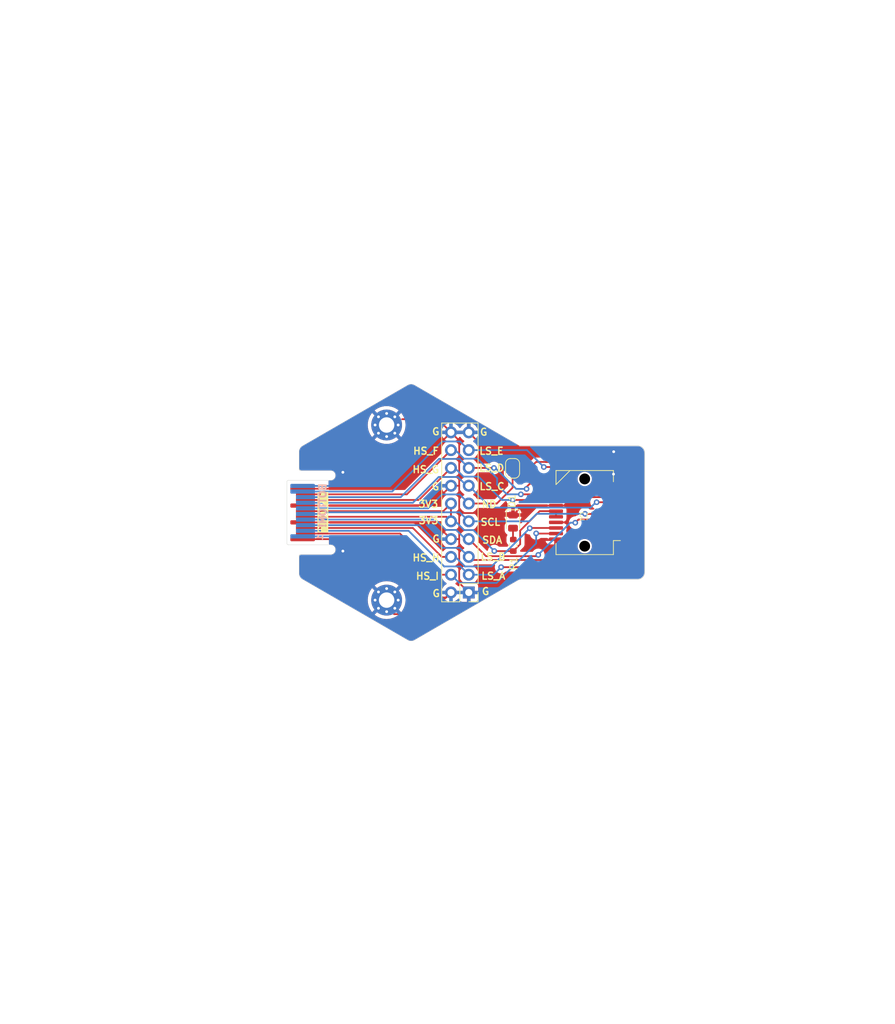
<source format=kicad_pcb>
(kicad_pcb (version 20240108) (generator "pcbnew") (generator_version "8.0")
  (layers (0 "F.Cu" signal) (31 "B.Cu" signal) (34 "B.Paste" user) (35 "F.Paste" user) (36 "B.SilkS" user "B.Silkscreen") (37 "F.SilkS" user "F.Silkscreen") (38 "B.Mask" user) (39 "F.Mask" user) (44 "Edge.Cuts" user))
  (net 0 "")
  (net 1 "/GND")
  (net 2 "/LS_A")
  (net 3 "/LS_B")
  (net 4 "/SDA")
  (net 5 "/SCL")
  (net 6 "/LS_C")
  (net 7 "/LS_D")
  (net 8 "/LS_E")
  (net 9 "/HS_F")
  (net 10 "/HS_G")
  (net 11 "/3V3")
  (net 12 "/HS_H")
  (net 13 "/HS_I")
  (net 14 "Net-(D1-A)")
  (net 15 "/HEXP_DET")
  (footprint "tildagon:hexpansion-edge-connector" (layer "F.Cu") (at 98.25 100)
    (property "Reference" "J1" (hide yes))
    (property "Value" "Hexpansion-Connector" (hide yes))
    (fp_line (start 0 4.4) (end 0 -4.4) (stroke (width 0.05)) (layer "Edge.Cuts"))
    (fp_line (start 6.25 -6) (end 2 -6) (stroke (width 0.05)) (layer "Edge.Cuts"))
    (fp_line (start 6.25 -4.6) (end 0.2 -4.6) (stroke (width 0.05)) (layer "Edge.Cuts"))
    (fp_line (start 6.25 4.6) (end 0.2 4.6) (stroke (width 0.05)) (layer "Edge.Cuts"))
    (fp_line (start 6.25 6) (end 2 6) (stroke (width 0.05)) (layer "Edge.Cuts"))
    (fp_arc (start 0 -4.4) (mid 0.058579 -4.541421) (end 0.2 -4.6) (stroke (width 0.05)) (layer "Edge.Cuts"))
    (fp_arc (start 0.2 4.6) (mid 0.058579 4.541421) (end 0 4.4) (stroke (width 0.05)) (layer "Edge.Cuts"))
    (fp_arc (start 6.25 -6) (mid 6.744975 -5.794975) (end 6.95 -5.3) (stroke (width 0.05)) (layer "Edge.Cuts"))
    (fp_arc (start 6.25 4.6) (mid 6.744975 4.805025) (end 6.95 5.3) (stroke (width 0.05)) (layer "Edge.Cuts"))
    (fp_arc (start 6.95 -5.3) (mid 6.744975 -4.805025) (end 6.25 -4.6) (stroke (width 0.05)) (layer "Edge.Cuts"))
    (fp_arc (start 6.95 5.3) (mid 6.744975 5.794975) (end 6.25 6) (stroke (width 0.05)) (layer "Edge.Cuts"))
    (fp_text user "BOTTOM!" (at 5.7 -4.3 90) (layer "B.SilkS") (effects (font (thickness 0.25) (bold yes)) (justify left bottom mirror)))
    (fp_text user "1" (at 5.2 3.05 90) (layer "B.SilkS") (effects (font (size 0.8 0.8) (thickness 0.2) (bold yes)) (justify left bottom mirror)))
    (fp_text user "^ TOP ^" (at 5.8 2.85 90) (layer "F.SilkS" knockout) (effects (font (thickness 0.25) (bold yes)) (justify left bottom)))
    (pad "1" smd roundrect (at 2.25 3.4) (size 3.5 0.6) (layers "B.Cu" "B.Mask") (net 1 "/GND"))
    (pad "2" smd roundrect (at 2.65 2.6) (size 2.7 0.6) (layers "B.Cu" "B.Mask") (net 2 "/LS_A"))
    (pad "3" smd roundrect (at 2.65 1.8) (size 2.7 0.6) (layers "B.Cu" "B.Mask") (net 3 "/LS_B"))
    (pad "4" smd roundrect (at 2.65 1) (size 2.7 0.6) (layers "B.Cu" "B.Mask") (net 4 "/SDA"))
    (pad "5" smd roundrect (at 2.65 0.2) (size 2.7 0.6) (layers "B.Cu" "B.Mask") (net 5 "/SCL"))
    (pad "6" smd roundrect (at 2.65 -0.6) (size 2.7 0.6) (layers "B.Cu" "B.Mask") (net 15 "/HEXP_DET"))
    (pad "7" smd roundrect (at 2.65 -1.4) (size 2.7 0.6) (layers "B.Cu" "B.Mask") (net 6 "/LS_C"))
    (pad "8" smd roundrect (at 2.65 -2.2) (size 2.7 0.6) (layers "B.Cu" "B.Mask") (net 7 "/LS_D"))
    (pad "9" smd roundrect (at 2.25 -3) (size 3.5 0.6) (layers "B.Cu" "B.Mask") (net 8 "/LS_E"))
    (pad "10" smd roundrect (at 2.25 -3.8) (size 3.5 0.6) (layers "B.Cu" "B.Mask") (net 1 "/GND"))
    (pad "11" smd roundrect (at 2.25 -3.4 180) (size 3.5 0.6) (layers "F.Cu" "F.Mask") (net 1 "/GND"))
    (pad "12" smd roundrect (at 2.65 -2.6 180) (size 2.7 0.6) (layers "F.Cu" "F.Mask") (net 9 "/HS_F"))
    (pad "13" smd roundrect (at 2.65 -1.8 180) (size 2.7 0.6) (layers "F.Cu" "F.Mask") (net 10 "/HS_G"))
    (pad "14" smd roundrect (at 2.25 -1 180) (size 3.5 0.6) (layers "F.Cu" "F.Mask") (net 1 "/GND"))
    (pad "15" smd roundrect (at 2.65 -0.2 180) (size 2.7 0.6) (layers "F.Cu" "F.Mask") (net 11 "/3V3"))
    (pad "16" smd roundrect (at 2.65 0.6 180) (size 2.7 0.6) (layers "F.Cu" "F.Mask") (net 11 "/3V3"))
    (pad "17" smd roundrect (at 2.25 1.4 180) (size 3.5 0.6) (layers "F.Cu" "F.Mask") (net 1 "/GND"))
    (pad "18" smd roundrect (at 2.65 2.2 180) (size 2.7 0.6) (layers "F.Cu" "F.Mask") (net 12 "/HS_H"))
    (pad "19" smd roundrect (at 2.65 3 180) (size 2.7 0.6) (layers "F.Cu" "F.Mask") (net 13 "/HS_I"))
    (pad "20" smd roundrect (at 2.25 3.8 180) (size 3.5 0.6) (layers "F.Cu" "F.Mask") (net 1 "/GND"))
  )
  (footprint "tildagon:SFP" (layer "F.Cu") (at 140.7922 100 180)
    (property "Reference" "J3" (at 0 -0.499999 180) (layer "F.SilkS") (effects (font (thickness 0.1))))
    (property "Value" "Conn_02x10_Counter_Clockwise")
    (fp_line (start 4.1 6) (end -4.1 6) (stroke (width 0.12)) (layer "F.SilkS"))
    (fp_line (start 4.1 4) (end 4.1 6) (stroke (width 0.12)) (layer "F.SilkS"))
    (fp_line (start 4.1 -4.4) (end 4.1 -6) (stroke (width 0.12)) (layer "F.SilkS"))
    (fp_line (start 4.1 -6) (end -4.1 -6) (stroke (width 0.12)) (layer "F.SilkS"))
    (fp_line (start 2.1 6) (end 4.1 4) (stroke (width 0.12)) (layer "F.SilkS"))
    (fp_line (start -4.1 4.4) (end -4.1 6) (stroke (width 0.12)) (layer "F.SilkS"))
    (fp_line (start -4.1 -4) (end -5.1 -4.000001) (stroke (width 0.12)) (layer "F.SilkS"))
    (fp_line (start -4.1 -6) (end -4.1 -4) (stroke (width 0.12)) (layer "F.SilkS"))
    (pad "" np_thru_hole circle (at 0 -4.800001 180) (size 2 2) (drill 1.55) (layers "*.Mask"))
    (pad "" np_thru_hole circle (at 0 4.800001 180) (size 2 2) (drill 1.55) (layers "*.Mask"))
    (pad "1" smd roundrect (at -4.1 -3.4 180) (size 2 0.5) (layers "F.Cu" "F.Paste" "F.Mask") (net 1 "/GND"))
    (pad "2" smd roundrect (at -4.1 -2.6 180) (size 2 0.5) (layers "F.Cu" "F.Paste" "F.Mask") (net 2 "/LS_A"))
    (pad "3" smd roundrect (at -4.1 -1.8 180) (size 2 0.5) (layers "F.Cu" "F.Paste" "F.Mask") (net 3 "/LS_B"))
    (pad "4" smd roundrect (at -4.1 -1 180) (size 2 0.5) (layers "F.Cu" "F.Paste" "F.Mask") (net 4 "/SDA"))
    (pad "5" smd roundrect (at -4.1 -0.2 180) (size 2 0.5) (layers "F.Cu" "F.Paste" "F.Mask") (net 5 "/SCL"))
    (pad "6" smd roundrect (at -4.1 0.6 180) (size 2 0.5) (layers "F.Cu" "F.Paste" "F.Mask") (net 15 "/HEXP_DET"))
    (pad "7" smd roundrect (at -4.1 1.4 180) (size 2 0.5) (layers "F.Cu" "F.Paste" "F.Mask") (net 6 "/LS_C"))
    (pad "8" smd roundrect (at -4.1 2.2 180) (size 2 0.5) (layers "F.Cu" "F.Paste" "F.Mask") (net 7 "/LS_D"))
    (pad "9" smd roundrect (at -4.1 3 180) (size 2 0.5) (layers "F.Cu" "F.Paste" "F.Mask") (net 8 "/LS_E"))
    (pad "10" smd roundrect (at -4.1 3.8 180) (size 2 0.5) (layers "F.Cu" "F.Paste" "F.Mask") (net 1 "/GND"))
    (pad "11" smd roundrect (at 4.1 3.4 180) (size 2 0.5) (layers "F.Cu" "F.Paste" "F.Mask") (net 1 "/GND"))
    (pad "12" smd roundrect (at 4.1 2.6 180) (size 2 0.5) (layers "F.Cu" "F.Paste" "F.Mask") (net 9 "/HS_F"))
    (pad "13" smd roundrect (at 4.1 1.8 180) (size 2 0.5) (layers "F.Cu" "F.Paste" "F.Mask") (net 10 "/HS_G"))
    (pad "14" smd roundrect (at 4.1 1 180) (size 2 0.5) (layers "F.Cu" "F.Paste" "F.Mask") (net 1 "/GND"))
    (pad "15" smd roundrect (at 4.1 0.2 180) (size 2 0.5) (layers "F.Cu" "F.Paste" "F.Mask") (net 11 "/3V3"))
    (pad "16" smd roundrect (at 4.1 -0.6 180) (size 2 0.5) (layers "F.Cu" "F.Paste" "F.Mask") (net 11 "/3V3"))
    (pad "17" smd roundrect (at 4.1 -1.4 180) (size 2 0.5) (layers "F.Cu" "F.Paste" "F.Mask") (net 1 "/GND"))
    (pad "18" smd roundrect (at 4.1 -2.2 180) (size 2 0.5) (layers "F.Cu" "F.Paste" "F.Mask") (net 12 "/HS_H"))
    (pad "19" smd roundrect (at 4.1 -3 180) (size 2 0.5) (layers "F.Cu" "F.Paste" "F.Mask") (net 13 "/HS_I"))
    (pad "20" smd roundrect (at 4.1 -3.8 180) (size 2 0.5) (layers "F.Cu" "F.Paste" "F.Mask") (net 1 "/GND"))
  )
  (footprint "LED_SMD:LED_0805_2012Metric" (layer "F.Cu") (at 130.55 101.29 -90)
    (property "Reference" "D1" (at -2.92 0.16 90) (layer "F.SilkS"))
    (property "Value" "LED")
    (fp_line (start -1.685 0.96) (end 1 0.96) (stroke (width 0.12)) (layer "F.SilkS"))
    (fp_line (start -1.685 -0.96) (end -1.685 0.96) (stroke (width 0.12)) (layer "F.SilkS"))
    (fp_line (start 1 -0.96) (end -1.685 -0.96) (stroke (width 0.12)) (layer "F.SilkS"))
    (pad "1" smd roundrect (at -0.9375 0 270) (size 0.975 1.4) (layers "F.Cu" "F.Paste" "F.Mask") (net 1 "/GND"))
    (pad "2" smd roundrect (at 0.9375 0 270) (size 0.975 1.4) (layers "F.Cu" "F.Paste" "F.Mask") (net 14 "Net-(D1-A)"))
  )
  (footprint "MountingHole:MountingHole_2.2mm_M2_Pad_Via" (layer "F.Cu") (at 112.5 87.5)
    (property "Reference" "H2" (hide yes))
    (property "Value" "MountingHole_Pad")
    (pad "1" thru_hole circle (at -1.65 0) (size 0.7 0.7) (drill 0.4) (layers "*.Cu" "*.Mask") (net 1 "/GND"))
    (pad "1" thru_hole circle (at -1.166726 -1.166726) (size 0.7 0.7) (drill 0.4) (layers "*.Cu" "*.Mask") (net 1 "/GND"))
    (pad "1" thru_hole circle (at -1.166726 1.166726) (size 0.7 0.7) (drill 0.4) (layers "*.Cu" "*.Mask") (net 1 "/GND"))
    (pad "1" thru_hole circle (at 0 -1.65) (size 0.7 0.7) (drill 0.4) (layers "*.Cu" "*.Mask") (net 1 "/GND"))
    (pad "1" thru_hole circle (at 0 0) (size 4.4 4.4) (drill 2.2) (layers "*.Cu" "*.Mask") (net 1 "/GND"))
    (pad "1" thru_hole circle (at 0 1.65) (size 0.7 0.7) (drill 0.4) (layers "*.Cu" "*.Mask") (net 1 "/GND"))
    (pad "1" thru_hole circle (at 1.166726 -1.166726) (size 0.7 0.7) (drill 0.4) (layers "*.Cu" "*.Mask") (net 1 "/GND"))
    (pad "1" thru_hole circle (at 1.166726 1.166726) (size 0.7 0.7) (drill 0.4) (layers "*.Cu" "*.Mask") (net 1 "/GND"))
    (pad "1" thru_hole circle (at 1.65 0) (size 0.7 0.7) (drill 0.4) (layers "*.Cu" "*.Mask") (net 1 "/GND"))
  )
  (footprint "Connector_PinHeader_2.54mm:PinHeader_2x10_P2.54mm_Vertical" (layer "F.Cu") (at 124.23 111.41 180)
    (property "Reference" "J2" (hide yes))
    (property "Value" "Conn_02x10_Odd_Even" (hide yes))
    (fp_line (start 3.87 -1.33) (end 3.87 24.19) (stroke (width 0.12)) (layer "F.SilkS"))
    (fp_line (start 1.27 1.27) (end 1.27 -1.33) (stroke (width 0.12)) (layer "F.SilkS"))
    (fp_line (start 1.27 -1.33) (end 3.87 -1.33) (stroke (width 0.12)) (layer "F.SilkS"))
    (fp_line (start -1.33 24.19) (end 3.87 24.19) (stroke (width 0.12)) (layer "F.SilkS"))
    (fp_line (start -1.33 1.27) (end 1.27 1.27) (stroke (width 0.12)) (layer "F.SilkS"))
    (fp_line (start -1.33 1.27) (end -1.33 24.19) (stroke (width 0.12)) (layer "F.SilkS"))
    (fp_line (start -1.33 0) (end -1.33 -1.33) (stroke (width 0.12)) (layer "F.SilkS"))
    (fp_line (start -1.33 -1.33) (end 0 -1.33) (stroke (width 0.12)) (layer "F.SilkS"))
    (pad "1" thru_hole rect (at 0 0 180) (size 1.7 1.7) (drill 1) (layers "*.Cu" "*.Mask") (net 1 "/GND"))
    (pad "2" thru_hole oval (at 2.54 0 180) (size 1.7 1.7) (drill 1) (layers "*.Cu" "*.Mask") (net 1 "/GND"))
    (pad "3" thru_hole oval (at 0 2.54 180) (size 1.7 1.7) (drill 1) (layers "*.Cu" "*.Mask") (net 2 "/LS_A"))
    (pad "4" thru_hole oval (at 2.54 2.54 180) (size 1.7 1.7) (drill 1) (layers "*.Cu" "*.Mask") (net 13 "/HS_I"))
    (pad "5" thru_hole oval (at 0 5.08 180) (size 1.7 1.7) (drill 1) (layers "*.Cu" "*.Mask") (net 3 "/LS_B"))
    (pad "6" thru_hole oval (at 2.54 5.08 180) (size 1.7 1.7) (drill 1) (layers "*.Cu" "*.Mask") (net 12 "/HS_H"))
    (pad "7" thru_hole oval (at 0 7.62 180) (size 1.7 1.7) (drill 1) (layers "*.Cu" "*.Mask") (net 4 "/SDA"))
    (pad "8" thru_hole oval (at 2.54 7.62 180) (size 1.7 1.7) (drill 1) (layers "*.Cu" "*.Mask") (net 1 "/GND"))
    (pad "9" thru_hole oval (at 0 10.16 180) (size 1.7 1.7) (drill 1) (layers "*.Cu" "*.Mask") (net 5 "/SCL"))
    (pad "10" thru_hole oval (at 2.54 10.16 180) (size 1.7 1.7) (drill 1) (layers "*.Cu" "*.Mask") (net 11 "/3V3"))
    (pad "11" thru_hole oval (at 0 12.7 180) (size 1.7 1.7) (drill 1) (layers "*.Cu" "*.Mask") (net 15 "/HEXP_DET"))
    (pad "12" thru_hole oval (at 2.54 12.7 180) (size 1.7 1.7) (drill 1) (layers "*.Cu" "*.Mask") (net 11 "/3V3"))
    (pad "13" thru_hole oval (at 0 15.24 180) (size 1.7 1.7) (drill 1) (layers "*.Cu" "*.Mask") (net 6 "/LS_C"))
    (pad "14" thru_hole oval (at 2.54 15.24 180) (size 1.7 1.7) (drill 1) (layers "*.Cu" "*.Mask") (net 1 "/GND"))
    (pad "15" thru_hole oval (at 0 17.78 180) (size 1.7 1.7) (drill 1) (layers "*.Cu" "*.Mask") (net 7 "/LS_D"))
    (pad "16" thru_hole oval (at 2.54 17.78 180) (size 1.7 1.7) (drill 1) (layers "*.Cu" "*.Mask") (net 10 "/HS_G"))
    (pad "17" thru_hole oval (at 0 20.32 180) (size 1.7 1.7) (drill 1) (layers "*.Cu" "*.Mask") (net 8 "/LS_E"))
    (pad "18" thru_hole oval (at 2.54 20.32 180) (size 1.7 1.7) (drill 1) (layers "*.Cu" "*.Mask") (net 9 "/HS_F"))
    (pad "19" thru_hole oval (at 0 22.86 180) (size 1.7 1.7) (drill 1) (layers "*.Cu" "*.Mask") (net 1 "/GND"))
    (pad "20" thru_hole oval (at 2.54 22.86 180) (size 1.7 1.7) (drill 1) (layers "*.Cu" "*.Mask") (net 1 "/GND"))
  )
  (footprint "Jumper:SolderJumper-2_P1.3mm_Bridged_RoundedPad1.0x1.5mm" (layer "F.Cu") (at 130.49 93.69 90)
    (property "Reference" "JP1" (hide yes))
    (property "Value" "SolderJumper_2_Bridged" (hide yes))
    (fp_poly (pts (xy 0.25 -0.3) (xy -0.25 -0.3) (xy -0.25 0.3) (xy 0.25 0.3)) (fill solid) (layer "F.Cu"))
    (fp_line (start -0.7 -1) (end 0.7 -1) (stroke (width 0.12)) (layer "F.SilkS"))
    (fp_line (start 1.4 -0.3) (end 1.4 0.3) (stroke (width 0.12)) (layer "F.SilkS"))
    (fp_line (start -1.4 0.3) (end -1.4 -0.3) (stroke (width 0.12)) (layer "F.SilkS"))
    (fp_line (start 0.7 1) (end -0.7 1) (stroke (width 0.12)) (layer "F.SilkS"))
    (fp_arc (start 0.7 -1) (mid 1.194975 -0.794975) (end 1.4 -0.3) (stroke (width 0.12)) (layer "F.SilkS"))
    (fp_arc (start -1.4 -0.3) (mid -1.194975 -0.794975) (end -0.7 -1) (stroke (width 0.12)) (layer "F.SilkS"))
    (fp_arc (start 1.4 0.3) (mid 1.194975 0.794975) (end 0.7 1) (stroke (width 0.12)) (layer "F.SilkS"))
    (fp_arc (start -0.7 1) (mid -1.194975 0.794975) (end -1.4 0.3) (stroke (width 0.12)) (layer "F.SilkS"))
    (pad "1" smd custom (at -0.65 0 90) (size 1 0.5) (layers "F.Cu" "F.Mask") (net 15 "/HEXP_DET") (options (clearance outline) (anchor rect)) (primitives (gr_circle (center 0 0.25) (end 0.5 0.25) (width 0) (fill yes)) (gr_circle (center 0 -0.25) (end 0.5 -0.25) (width 0) (fill yes)) (gr_poly (pts (xy 0.5 0.75) (xy 0 0.75) (xy 0 -0.75) (xy 0.5 -0.75)) (width 0) (fill yes))))
    (pad "2" smd custom (at 0.65 0 90) (size 1 0.5) (layers "F.Cu" "F.Mask") (net 1 "/GND") (options (clearance outline) (anchor rect)) (primitives (gr_circle (center 0 0.25) (end 0.5 0.25) (width 0) (fill yes)) (gr_circle (center 0 -0.25) (end 0.5 -0.25) (width 0) (fill yes)) (gr_poly (pts (xy 0 0.75) (xy -0.5 0.75) (xy -0.5 -0.75) (xy 0 -0.75)) (width 0) (fill yes))))
  )
  (footprint "Resistor_SMD:R_0603_1608Metric" (layer "F.Cu") (at 130.59 104.68 90)
    (property "Reference" "R1" (at -2.61 0.05 90) (layer "F.SilkS"))
    (property "Value" "R")
    (fp_line (start -0.237258 -0.5225) (end 0.237258 -0.5225) (stroke (width 0.12)) (layer "F.SilkS"))
    (fp_line (start -0.237258 0.5225) (end 0.237258 0.5225) (stroke (width 0.12)) (layer "F.SilkS"))
    (pad "1" smd roundrect (at -0.825 0 90) (size 0.8 0.95) (layers "F.Cu" "F.Paste" "F.Mask") (net 11 "/3V3"))
    (pad "2" smd roundrect (at 0.825 0 90) (size 0.8 0.95) (layers "F.Cu" "F.Paste" "F.Mask") (net 14 "Net-(D1-A)"))
  )
  (footprint "MountingHole:MountingHole_2.2mm_M2_Pad_Via" (layer "F.Cu") (at 112.5 112.5)
    (property "Reference" "H1" (hide yes))
    (property "Value" "MountingHole_Pad")
    (pad "1" thru_hole circle (at -1.65 0) (size 0.7 0.7) (drill 0.4) (layers "*.Cu" "*.Mask") (net 1 "/GND"))
    (pad "1" thru_hole circle (at -1.166726 -1.166726) (size 0.7 0.7) (drill 0.4) (layers "*.Cu" "*.Mask") (net 1 "/GND"))
    (pad "1" thru_hole circle (at -1.166726 1.166726) (size 0.7 0.7) (drill 0.4) (layers "*.Cu" "*.Mask") (net 1 "/GND"))
    (pad "1" thru_hole circle (at 0 -1.65) (size 0.7 0.7) (drill 0.4) (layers "*.Cu" "*.Mask") (net 1 "/GND"))
    (pad "1" thru_hole circle (at 0 0) (size 4.4 4.4) (drill 2.2) (layers "*.Cu" "*.Mask") (net 1 "/GND"))
    (pad "1" thru_hole circle (at 0 1.65) (size 0.7 0.7) (drill 0.4) (layers "*.Cu" "*.Mask") (net 1 "/GND"))
    (pad "1" thru_hole circle (at 1.166726 -1.166726) (size 0.7 0.7) (drill 0.4) (layers "*.Cu" "*.Mask") (net 1 "/GND"))
    (pad "1" thru_hole circle (at 1.166726 1.166726) (size 0.7 0.7) (drill 0.4) (layers "*.Cu" "*.Mask") (net 1 "/GND"))
    (pad "1" thru_hole circle (at 1.65 0) (size 0.7 0.7) (drill 0.4) (layers "*.Cu" "*.Mask") (net 1 "/GND"))
  )
  (gr_arc (start 131.267938 109.660244) (mid 131.509119 109.560344) (end 131.767938 109.526269) (stroke (width 0.05)) (layer "Edge.Cuts"))
  (gr_line (start 100.5 90.473725) (end 115.499995 81.813472) (stroke (width 0.05)) (layer "Edge.Cuts"))
  (gr_arc (start 149.352064 108.526265) (mid 149.059181 109.233382) (end 148.352064 109.526269) (stroke (width 0.1)) (layer "Edge.Cuts"))
  (gr_arc (start 100.25 94) (mid 100.073223 93.926777) (end 100 93.75) (stroke (width 0.1)) (layer "Edge.Cuts"))
  (gr_arc (start 148.352004 90.473725) (mid 149.059109 90.766617) (end 149.352004 91.473721) (stroke (width 0.1)) (layer "Edge.Cuts"))
  (gr_arc (start 115.499995 81.813472) (mid 115.999995 81.679497) (end 116.499995 81.813472) (stroke (width 0.05)) (layer "Edge.Cuts"))
  (gr_line (start 100.5 109.526269) (end 115.499995 118.186522) (stroke (width 0.05)) (layer "Edge.Cuts"))
  (gr_line (start 100 93.75) (end 100 91.33975) (stroke (width 0.05)) (layer "Edge.Cuts"))
  (gr_arc (start 100 91.33975) (mid 100.133975 90.83975) (end 100.5 90.473725) (stroke (width 0.05)) (layer "Edge.Cuts"))
  (gr_line (start 100 106.25) (end 100 108.660243) (stroke (width 0.05)) (layer "Edge.Cuts"))
  (gr_line (start 149.352064 108.526265) (end 149.352004 91.473721) (stroke (width 0.1)) (layer "Edge.Cuts"))
  (gr_line (start 116.499995 81.813472) (end 131.499989 90.473725) (stroke (width 0.05)) (layer "Edge.Cuts"))
  (gr_arc (start 100 106.25) (mid 100.073223 106.073223) (end 100.25 106) (stroke (width 0.1)) (layer "Edge.Cuts"))
  (gr_arc (start 100.5 109.526269) (mid 100.133975 109.160243) (end 100 108.660243) (stroke (width 0.05)) (layer "Edge.Cuts"))
  (gr_line (start 131.767938 109.526269) (end 148.352064 109.526269) (stroke (width 0.1)) (layer "Edge.Cuts"))
  (gr_arc (start 116.499995 118.186522) (mid 115.999995 118.320497) (end 115.499995 118.186522) (stroke (width 0.05)) (layer "Edge.Cuts"))
  (gr_line (start 148.352004 90.473725) (end 131.498528 90.473725) (stroke (width 0.1)) (layer "Edge.Cuts"))
  (gr_line (start 116.499995 118.186522) (end 131.267938 109.660244) (stroke (width 0.05)) (layer "Edge.Cuts"))
  (gr_text "3V3" (at 116.98 101.72 0) (layer "F.SilkS") (effects (font (size 1 1) (thickness 0.2) (bold yes)) (justify left bottom)))
  (gr_text "HS_I" (at 116.58 109.65 0) (layer "F.SilkS") (effects (font (size 1 1) (thickness 0.2) (bold yes)) (justify left bottom)))
  (gr_text "LS_C" (at 125.65 96.86 0) (layer "F.SilkS") (effects (font (size 1 1) (thickness 0.2) (bold yes)) (justify left bottom)))
  (gr_text "LS_B" (at 125.81 106.92 0) (layer "F.SilkS") (effects (font (size 1 1) (thickness 0.2) (bold yes)) (justify left bottom)))
  (gr_text "HS_H" (at 116.09 107.04 0) (layer "F.SilkS") (effects (font (size 1 1) (thickness 0.2) (bold yes)) (justify left bottom)))
  (gr_text "LS_E" (at 125.63 91.81 0) (layer "F.SilkS") (effects (font (size 1 1) (thickness 0.2) (bold yes)) (justify left bottom)))
  (gr_text "LS_A" (at 125.92 109.64 0) (layer "F.SilkS") (effects (font (size 1 1) (thickness 0.2) (bold yes)) (justify left bottom)))
  (gr_text "3V3" (at 116.94 99.37 0) (layer "F.SilkS") (effects (font (size 1 1) (thickness 0.2) (bold yes)) (justify left bottom)))
  (gr_text "SCL" (at 125.81 101.95 0) (layer "F.SilkS") (effects (font (size 1 1) (thickness 0.2) (bold yes)) (justify left bottom)))
  (gr_text "G" (at 126 111.84 0) (layer "F.SilkS") (effects (font (size 1 1) (thickness 0.2) (bold yes)) (justify left bottom)))
  (gr_text "SDA" (at 126.04 104.51 0) (layer "F.SilkS") (effects (font (size 1 1) (thickness 0.2) (bold yes)) (justify left bottom)))
  (gr_text "HS_F" (at 116.18 91.8 0) (layer "F.SilkS") (effects (font (size 1 1) (thickness 0.2) (bold yes)) (justify left bottom)))
  (gr_text "G" (at 118.89 89.03 0) (layer "F.SilkS") (effects (font (size 1 1) (thickness 0.2) (bold yes)) (justify left bottom)))
  (gr_text "G" (at 118.95 112.13 0) (layer "F.SilkS") (effects (font (size 1 1) (thickness 0.2) (bold yes)) (justify left bottom)))
  (gr_text "G" (at 118.93 104.35 0) (layer "F.SilkS") (effects (font (size 1 1) (thickness 0.2) (bold yes)) (justify left bottom)))
  (gr_text "ND" (at 125.97 99.43 0) (layer "F.SilkS") (effects (font (size 1 1) (thickness 0.2) (bold yes)) (justify left bottom)))
  (gr_text "LS_D" (at 125.61 94.22 0) (layer "F.SilkS") (effects (font (size 1 1) (thickness 0.2) (bold yes)) (justify left bottom)))
  (gr_text "G" (at 125.73 89.09 0) (layer "F.SilkS") (effects (font (size 1 1) (thickness 0.2) (bold yes)) (justify left bottom)))
  (gr_text "HS_G" (at 116.08 94.44 0) (layer "F.SilkS") (effects (font (size 1 1) (thickness 0.2) (bold yes)) (justify left bottom)))
  (gr_text "G" (at 118.86 96.89 0) (layer "F.SilkS") (effects (font (size 1 1) (thickness 0.2) (bold yes)) (justify left bottom)))
  (segment (start 111.99 103.8) (end 120.32 112.13) (width 0.25) (layer "F.Cu") (net 1))
  (segment (start 144.8922 96.2) (end 144.8922 94.5282) (width 0.25) (layer "F.Cu") (net 1))
  (segment (start 138.4808 97.8408) (end 138.4554 97.8154) (width 0.25) (layer "F.Cu") (net 1))
  (segment (start 121.69 96.17) (end 122.865 96.17) (width 0.25) (layer "F.Cu") (net 1))
  (segment (start 113.64 96.6) (end 100.5 96.6) (width 0.25) (layer "F.Cu") (net 1))
  (segment (start 137.995 101.4) (end 138.4808 100.9142) (width 0.25) (layer "F.Cu") (net 1))
  (segment (start 121.69 88.55) (end 124.23 88.55) (width 0.25) (layer "F.Cu") (net 1))
  (segment (start 144.8922 94.5282) (end 144.907 94.5134) (width 0.25) (layer "F.Cu") (net 1))
  (segment (start 122.865 103.89) (end 122.865 100.07) (width 0.25) (layer "F.Cu") (net 1))
  (segment (start 136.6922 101.4) (end 137.995 101.4) (width 0.25) (layer "F.Cu") (net 1))
  (segment (start 130.2675 100.07) (end 122.865 100.07) (width 0.25) (layer "F.Cu") (net 1))
  (segment (start 122.865 89.725) (end 121.69 88.55) (width 0.25) (layer "F.Cu") (net 1))
  (segment (start 137.53206 96.6) (end 138.4554 97.52334) (width 0.25) (layer "F.Cu") (net 1))
  (segment (start 137.8296 99) (end 136.6922 99) (width 0.25) (layer "F.Cu") (net 1))
  (segment (start 114.716726 86.666726) (end 119.806726 86.666726) (width 0.25) (layer "F.Cu") (net 1))
  (segment (start 121.69 103.79) (end 119.3 101.4) (width 0.25) (layer "F.Cu") (net 1))
  (segment (start 130.55 100.3525) (end 130.2675 100.07) (width 0.25) (layer "F.Cu") (net 1))
  (segment (start 113.55 114.5) (end 118.6 114.5) (width 0.25) (layer "F.Cu") (net 1))
  (segment (start 119.806726 86.666726) (end 121.69 88.55) (width 0.25) (layer "F.Cu") (net 1))
  (segment (start 130.49 93.04) (end 128.72 93.04) (width 0.25) (layer "F.Cu") (net 1))
  (segment (start 136.6922 96.6) (end 137.53206 96.6) (width 0.25) (layer "F.Cu") (net 1))
  (segment (start 118.86 99) (end 100.5 99) (width 0.25) (layer "F.Cu") (net 1))
  (segment (start 136.6922 99) (end 131.9025 99) (width 0.25) (layer "F.Cu") (net 1))
  (segment (start 138.4808 100.9142) (end 138.4808 97.8408) (width 0.25) (layer "F.Cu") (net 1))
  (segment (start 122.865 100.07) (end 122.865 96.17) (width 0.25) (layer "F.Cu") (net 1))
  (segment (start 121.69 103.79) (end 122.765 103.79) (width 0.25) (layer "F.Cu") (net 1))
  (segment (start 120.97 112.13) (end 121.69 111.41) (width 0.25) (layer "F.Cu") (net 1))
  (segment (start 121.69 96.17) (end 118.86 99) (width 0.25) (layer "F.Cu") (net 1))
  (segment (start 138.4554 97.8154) (end 138.4554 98.3742) (width 0.25) (layer "F.Cu") (net 1))
  (segment (start 122.865 96.17) (end 122.865 89.725) (width 0.25) (layer "F.Cu") (net 1))
  (segment (start 118.6 114.5) (end 121.69 111.41) (width 0.25) (layer "F.Cu") (net 1))
  (segment (start 121.69 88.55) (end 113.64 96.6) (width 0.25) (layer "F.Cu") (net 1))
  (segment (start 122.765 103.79) (end 122.865 103.89) (width 0.25) (layer "F.Cu") (net 1))
  (segment (start 100.5 103.8) (end 111.99 103.8) (width 0.25) (layer "F.Cu") (net 1))
  (segment (start 119.3 101.4) (end 100.5 101.4) (width 0.25) (layer "F.Cu") (net 1))
  (segment (start 121.69 111.41) (end 124.23 111.41) (width 0.25) (layer "F.Cu") (net 1))
  (segment (start 128.72 93.04) (end 124.23 88.55) (width 0.25) (layer "F.Cu") (net 1))
  (segment (start 124.23 111.41) (end 122.865 110.045) (width 0.25) (layer "F.Cu") (net 1))
  (segment (start 120.32 112.13) (end 120.97 112.13) (width 0.25) (layer "F.Cu") (net 1))
  (segment (start 122.865 110.045) (end 122.865 103.89) (width 0.25) (layer "F.Cu") (net 1))
  (segment (start 131.9025 99) (end 130.55 100.3525) (width 0.25) (layer "F.Cu") (net 1))
  (segment (start 138.4554 97.52334) (end 138.4554 97.8154) (width 0.25) (layer "F.Cu") (net 1))
  (segment (start 138.4554 98.3742) (end 137.8296 99) (width 0.25) (layer "F.Cu") (net 1))
  (via (at 144.907 94.5134) (size 0.8) (drill 0.4) (layers "F.Cu" "B.Cu") (net 1))
  (via (at 106.25 105.5) (size 0.8) (drill 0.4) (layers "F.Cu" "B.Cu") (net 1))
  (via (at 106.25 94.25) (size 0.8) (drill 0.4) (layers "F.Cu" "B.Cu") (net 1))
  (via (at 144.9324 91.313) (size 0.8) (drill 0.4) (layers "F.Cu" "B.Cu") (net 1))
  (segment (start 112.45 103.4) (end 100.5 103.4) (width 0.25) (layer "B.Cu") (net 1))
  (segment (start 121.69 111.41) (end 120.62 111.41) (width 0.25) (layer "B.Cu") (net 1))
  (segment (start 120.54 111.49) (end 112.45 103.4) (width 0.25) (layer "B.Cu") (net 1))
  (segment (start 119.36 88.55) (end 111.71 96.2) (width 0.25) (layer "B.Cu") (net 1))
  (segment (start 120.62 111.41) (end 120.54 111.49) (width 0.25) (layer "B.Cu") (net 1))
  (segment (start 144.907 91.3384) (end 144.9324 91.313) (width 0.25) (layer "B.Cu") (net 1))
  (segment (start 111.71 96.2) (end 100.5 96.2) (width 0.25) (layer "B.Cu") (net 1))
  (segment (start 144.907 94.5134) (end 144.907 91.3384) (width 0.25) (layer "B.Cu") (net 1))
  (segment (start 121.69 88.55) (end 119.36 88.55) (width 0.25) (layer "B.Cu") (net 1))
  (segment (start 140.4526 102.6) (end 144.8922 102.6) (width 0.25) (layer "F.Cu") (net 2))
  (segment (start 128.8542 107.7976) (end 135.255 107.7976) (width 0.25) (layer "F.Cu") (net 2))
  (segment (start 135.255 107.7976) (end 140.4526 102.6) (width 0.25) (layer "F.Cu") (net 2))
  (via (at 128.8542 107.7976) (size 0.8) (drill 0.4) (layers "F.Cu" "B.Cu") (net 2))
  (segment (start 123.055 107.695) (end 120.735 107.695) (width 0.25) (layer "B.Cu") (net 2))
  (segment (start 127.7818 108.87) (end 124.23 108.87) (width 0.25) (layer "B.Cu") (net 2))
  (segment (start 120.735 107.695) (end 120.73 107.7) (width 0.25) (layer "B.Cu") (net 2))
  (segment (start 128.8542 107.7976) (end 127.7818 108.87) (width 0.25) (layer "B.Cu") (net 2))
  (segment (start 124.23 108.87) (end 123.055 107.695) (width 0.25) (layer "B.Cu") (net 2))
  (segment (start 115.63 102.6) (end 100.9 102.6) (width 0.25) (layer "B.Cu") (net 2))
  (segment (start 120.73 107.7) (end 115.63 102.6) (width 0.25) (layer "B.Cu") (net 2))
  (segment (start 135.646204 106.77) (end 124.67 106.77) (width 0.25) (layer "F.Cu") (net 3))
  (segment (start 144.8922 101.8) (end 140.616204 101.8) (width 0.25) (layer "F.Cu") (net 3))
  (segment (start 124.67 106.77) (end 124.23 106.33) (width 0.25) (layer "F.Cu") (net 3))
  (segment (start 140.616204 101.8) (end 135.646204 106.77) (width 0.25) (layer "F.Cu") (net 3))
  (segment (start 124.23 106.33) (end 122.94 105.04) (width 0.25) (layer "B.Cu") (net 3))
  (segment (start 120.42 105.04) (end 117.18 101.8) (width 0.25) (layer "B.Cu") (net 3))
  (segment (start 117.18 101.8) (end 100.9 101.8) (width 0.25) (layer "B.Cu") (net 3))
  (segment (start 122.94 105.04) (end 120.42 105.04) (width 0.25) (layer "B.Cu") (net 3))
  (segment (start 133.9778 106.23) (end 126.7024 106.23) (width 0.25) (layer "F.Cu") (net 4))
  (segment (start 139.8936 101) (end 139.446 101.4476) (width 0.25) (layer "F.Cu") (net 4))
  (segment (start 124.2624 103.79) (end 124.23 103.79) (width 0.25) (layer "F.Cu") (net 4))
  (segment (start 144.8922 101) (end 139.8936 101) (width 0.25) (layer "F.Cu") (net 4))
  (segment (start 134.1628 106.045) (end 133.9778 106.23) (width 0.25) (layer "F.Cu") (net 4))
  (segment (start 126.7024 106.23) (end 124.2624 103.79) (width 0.25) (layer "F.Cu") (net 4))
  (via (at 134.1628 106.045) (size 0.8) (drill 0.4) (layers "F.Cu" "B.Cu") (net 4))
  (via (at 139.446 101.4476) (size 0.8) (drill 0.4) (layers "F.Cu" "B.Cu") (net 4))
  (segment (start 122.44 102.48) (end 120.96 102.48) (width 0.25) (layer "B.Cu") (net 4))
  (segment (start 138.7348 101.4476) (end 139.446 101.4476) (width 0.25) (layer "B.Cu") (net 4))
  (segment (start 123.75 103.79) (end 122.44 102.48) (width 0.25) (layer "B.Cu") (net 4))
  (segment (start 134.3152 105.8672) (end 138.7348 101.4476) (width 0.25) (layer "B.Cu") (net 4))
  (segment (start 124.23 103.79) (end 123.75 103.79) (width 0.25) (layer "B.Cu") (net 4))
  (segment (start 134.1628 106.045) (end 134.3152 105.8926) (width 0.25) (layer "B.Cu") (net 4))
  (segment (start 120.96 102.48) (end 119.48 101) (width 0.25) (layer "B.Cu") (net 4))
  (segment (start 119.48 101) (end 100.9 101) (width 0.25) (layer "B.Cu") (net 4))
  (segment (start 134.3152 105.8926) (end 134.3152 105.8672) (width 0.25) (layer "B.Cu") (net 4))
  (segment (start 144.8922 100.2) (end 140.8654 100.2) (width 0.25) (layer "F.Cu") (net 5))
  (segment (start 140.8654 100.2) (end 140.843 100.1776) (width 0.25) (layer "F.Cu") (net 5))
  (via (at 140.843 100.1776) (size 0.8) (drill 0.4) (layers "F.Cu" "B.Cu") (net 5))
  (segment (start 140.843 100.1776) (end 133.9342 100.1776) (width 0.25) (layer "B.Cu") (net 5))
  (segment (start 124.23 101.25) (end 122.94 99.96) (width 0.25) (layer "B.Cu") (net 5))
  (segment (start 122.94 99.96) (end 103.5 99.96) (width 0.25) (layer "B.Cu") (net 5))
  (segment (start 133.9342 100.1776) (end 132.8618 101.25) (width 0.25) (layer "B.Cu") (net 5))
  (segment (start 132.8618 101.25) (end 124.23 101.25) (width 0.25) (layer "B.Cu") (net 5))
  (segment (start 103.26 100.2) (end 100.9 100.2) (width 0.25) (layer "B.Cu") (net 5))
  (segment (start 103.5 99.96) (end 103.26 100.2) (width 0.25) (layer "B.Cu") (net 5))
  (segment (start 142.494 98.5266) (end 144.8188 98.5266) (width 0.25) (layer "F.Cu") (net 6))
  (segment (start 144.8188 98.5266) (end 144.8922 98.6) (width 0.25) (layer "F.Cu") (net 6))
  (via (at 142.494 98.5266) (size 0.8) (drill 0.4) (layers "F.Cu" "B.Cu") (net 6))
  (segment (start 122.6822 94.92) (end 119.93 94.92) (width 0.25) (layer "B.Cu") (net 6))
  (segment (start 141.859 99.06) (end 142.3924 98.5266) (width 0.25) (layer "B.Cu") (net 6))
  (segment (start 127.3302 99.2702) (end 127.3302 99.2886) (width 0.25) (layer "B.Cu") (net 6))
  (segment (start 116.25 98.6) (end 100.9 98.6) (width 0.25) (layer "B.Cu") (net 6))
  (segment (start 142.3924 98.5266) (end 142.494 98.5266) (width 0.25) (layer "B.Cu") (net 6))
  (segment (start 124.23 96.17) (end 123.9322 96.17) (width 0.25) (layer "B.Cu") (net 6))
  (segment (start 127.3302 99.2886) (end 141.6304 99.2886) (width 0.25) (layer "B.Cu") (net 6))
  (segment (start 141.6304 99.2886) (end 141.859 99.06) (width 0.25) (layer "B.Cu") (net 6))
  (segment (start 119.93 94.92) (end 116.25 98.6) (width 0.25) (layer "B.Cu") (net 6))
  (segment (start 123.9322 96.17) (end 122.6822 94.92) (width 0.25) (layer "B.Cu") (net 6))
  (segment (start 124.23 96.17) (end 127.3302 99.2702) (width 0.25) (layer "B.Cu") (net 6))
  (segment (start 137.61706 95.885) (end 139.53206 97.8) (width 0.25) (layer "F.Cu") (net 7))
  (segment (start 127.827706 93.63) (end 124.23 93.63) (width 0.25) (layer "F.Cu") (net 7))
  (segment (start 132.9436 95.885) (end 137.61706 95.885) (width 0.25) (layer "F.Cu") (net 7))
  (segment (start 132.4864 96.3422) (end 132.9436 95.885) (width 0.25) (layer "F.Cu") (net 7))
  (segment (start 127.830153 93.632447) (end 127.827706 93.63) (width 0.25) (layer "F.Cu") (net 7))
  (segment (start 139.53206 97.8) (end 144.8922 97.8) (width 0.25) (layer "F.Cu") (net 7))
  (segment (start 132.4864 96.6216) (end 132.4864 96.3422) (width 0.25) (layer "F.Cu") (net 7))
  (via (at 132.4864 96.6216) (size 0.8) (drill 0.4) (layers "F.Cu" "B.Cu") (net 7))
  (via (at 127.830153 93.632447) (size 0.8) (drill 0.4) (layers "F.Cu" "B.Cu") (net 7))
  (segment (start 114.52 97.8) (end 100.9 97.8) (width 0.25) (layer "B.Cu") (net 7))
  (segment (start 131.0132 96.6216) (end 132.4864 96.6216) (width 0.25) (layer "B.Cu") (net 7))
  (segment (start 122.94 92.34) (end 119.98 92.34) (width 0.25) (layer "B.Cu") (net 7))
  (segment (start 127.830153 93.632447) (end 128.024047 93.632447) (width 0.25) (layer "B.Cu") (net 7))
  (segment (start 128.024047 93.632447) (end 131.0132 96.6216) (width 0.25) (layer "B.Cu") (net 7))
  (segment (start 119.98 92.34) (end 114.52 97.8) (width 0.25) (layer "B.Cu") (net 7))
  (segment (start 124.23 93.63) (end 122.94 92.34) (width 0.25) (layer "B.Cu") (net 7))
  (segment (start 144.8922 97) (end 139.368456 97) (width 0.25) (layer "F.Cu") (net 8))
  (segment (start 139.368456 97) (end 135.865856 93.4974) (width 0.25) (layer "F.Cu") (net 8))
  (segment (start 135.865856 93.4974) (end 134.9502 93.4974) (width 0.25) (layer "F.Cu") (net 8))
  (via (at 134.9502 93.4974) (size 0.8) (drill 0.4) (layers "F.Cu" "B.Cu") (net 8))
  (segment (start 113.28 97) (end 100.5 97) (width 0.25) (layer "B.Cu") (net 8))
  (segment (start 124.23 91.09) (end 122.99 89.85) (width 0.25) (layer "B.Cu") (net 8))
  (segment (start 120.43 89.85) (end 113.28 97) (width 0.25) (layer "B.Cu") (net 8))
  (segment (start 132.5428 91.09) (end 124.23 91.09) (width 0.25) (layer "B.Cu") (net 8))
  (segment (start 122.99 89.85) (end 120.43 89.85) (width 0.25) (layer "B.Cu") (net 8))
  (segment (start 134.9502 93.4974) (end 132.5428 91.09) (width 0.25) (layer "B.Cu") (net 8))
  (segment (start 131.6736 97.4) (end 136.6922 97.4) (width 0.25) (layer "F.Cu") (net 9))
  (segment (start 115.38 97.4) (end 100.9 97.4) (width 0.25) (layer "F.Cu") (net 9))
  (segment (start 121.69 91.09) (end 115.38 97.4) (width 0.25) (layer "F.Cu") (net 9))
  (via (at 131.6736 97.4) (size 0.8) (drill 0.4) (layers "F.Cu" "B.Cu") (net 9))
  (segment (start 131.6736 97.4) (end 129.674095 97.4) (width 0.25) (layer "B.Cu") (net 9))
  (segment (start 128.2816 95.1092) (end 125.476 92.3036) (width 0.25) (layer "B.Cu") (net 9))
  (segment (start 125.476 92.3036) (end 123.539996 92.3036) (width 0.25) (layer "B.Cu") (net 9))
  (segment (start 123.539996 92.3036) (end 122.326396 91.09) (width 0.25) (layer "B.Cu") (net 9))
  (segment (start 122.326396 91.09) (end 121.69 91.09) (width 0.25) (layer "B.Cu") (net 9))
  (segment (start 129.674095 97.4) (end 128.2816 96.007505) (width 0.25) (layer "B.Cu") (net 9))
  (segment (start 128.2816 96.007505) (end 128.2816 95.1092) (width 0.25) (layer "B.Cu") (net 9))
  (segment (start 130.5052 98.2) (end 136.6922 98.2) (width 0.25) (layer "F.Cu") (net 10))
  (segment (start 117.12 98.2) (end 100.9 98.2) (width 0.25) (layer "F.Cu") (net 10))
  (segment (start 121.69 93.63) (end 117.12 98.2) (width 0.25) (layer "F.Cu") (net 10))
  (via (at 130.5052 98.2) (size 0.8) (drill 0.4) (layers "F.Cu" "B.Cu") (net 10))
  (segment (start 130.5052 98.2) (end 128.9594 98.2) (width 0.25) (layer "B.Cu") (net 10))
  (segment (start 125.6284 94.869) (end 123.4694 94.869) (width 0.25) (layer "B.Cu") (net 10))
  (segment (start 128.9594 98.2) (end 125.6284 94.869) (width 0.25) (layer "B.Cu") (net 10))
  (segment (start 122.2304 93.63) (end 121.69 93.63) (width 0.25) (layer "B.Cu") (net 10))
  (segment (start 123.4694 94.869) (end 122.2304 93.63) (width 0.25) (layer "B.Cu") (net 10))
  (segment (start 120.6 99.8) (end 100.9 99.8) (width 0.25) (layer "F.Cu") (net 11))
  (segment (start 127.891706 105.505) (end 130.59 105.505) (width 0.25) (layer "F.Cu") (net 11))
  (segment (start 131.575 102.578295) (end 131.575 104.52) (width 0.25) (layer "F.Cu") (net 11))
  (segment (start 136.6922 100.6) (end 136.6922 99.8) (width 0.25) (layer "F.Cu") (net 11))
  (segment (start 100.9 99.8) (end 100.9 100.6) (width 0.25) (layer "F.Cu") (net 11))
  (segment (start 121.69 101.25) (end 121.69 98.71) (width 0.25) (layer "F.Cu") (net 11))
  (segment (start 121.69 98.71) (end 120.6 99.8) (width 0.25) (layer "F.Cu") (net 11))
  (segment (start 121.04 100.6) (end 121.69 101.25) (width 0.25) (layer "F.Cu") (net 11))
  (segment (start 131.575 104.52) (end 130.59 105.505) (width 0.25) (layer "F.Cu") (net 11))
  (segment (start 100.9 100.6) (end 121.04 100.6) (width 0.25) (layer "F.Cu") (net 11))
  (segment (start 127.877653 105.490947) (end 127.891706 105.505) (width 0.25) (layer "F.Cu") (net 11))
  (segment (start 136.6922 99.8) (end 134.353295 99.8) (width 0.25) (layer "F.Cu") (net 11))
  (segment (start 134.353295 99.8) (end 131.575 102.578295) (width 0.25) (layer "F.Cu") (net 11))
  (via (at 127.877653 105.490947) (size 0.8) (drill 0.4) (layers "F.Cu" "B.Cu") (net 11))
  (segment (start 122.326396 101.25) (end 121.69 101.25) (width 0.25) (layer "B.Cu") (net 11))
  (segment (start 124.886706 102.5) (end 123.576396 102.5) (width 0.25) (layer "B.Cu") (net 11))
  (segment (start 123.576396 102.5) (end 122.326396 101.25) (width 0.25) (layer "B.Cu") (net 11))
  (segment (start 127.877653 105.490947) (end 124.886706 102.5) (width 0.25) (layer "B.Cu") (net 11))
  (segment (start 121.69 106.33) (end 120.38 106.33) (width 0.25) (layer "F.Cu") (net 12))
  (segment (start 132.9786 102.2) (end 132.9436 102.235) (width 0.25) (layer "F.Cu") (net 12))
  (segment (start 116.25 102.2) (end 100.9 102.2) (width 0.25) (layer "F.Cu") (net 12))
  (segment (start 136.6922 102.2) (end 132.9786 102.2) (width 0.25) (layer "F.Cu") (net 12))
  (segment (start 120.38 106.33) (end 116.25 102.2) (width 0.25) (layer "F.Cu") (net 12))
  (via (at 132.9436 102.235) (size 0.8) (drill 0.4) (layers "F.Cu" "B.Cu") (net 12))
  (segment (start 122.326396 106.33) (end 121.69 106.33) (width 0.25) (layer "B.Cu") (net 12))
  (segment (start 123.691396 107.695) (end 122.326396 106.33) (width 0.25) (layer "B.Cu") (net 12))
  (segment (start 132.9436 102.235) (end 127.4836 107.695) (width 0.25) (layer "B.Cu") (net 12))
  (segment (start 127.4836 107.695) (end 123.691396 107.695) (width 0.25) (layer "B.Cu") (net 12))
  (segment (start 121.69 108.87) (end 120.28 108.87) (width 0.25) (layer "F.Cu") (net 13))
  (segment (start 136.6922 103) (end 133.8864 103) (width 0.25) (layer "F.Cu") (net 13))
  (segment (start 120.28 108.87) (end 114.41 103) (width 0.25) (layer "F.Cu") (net 13))
  (segment (start 114.41 103) (end 100.9 103) (width 0.25) (layer "F.Cu") (net 13))
  (segment (start 133.8864 103) (end 133.858 102.9716) (width 0.25) (layer "F.Cu") (net 13))
  (via (at 133.858 102.9716) (size 0.8) (drill 0.4) (layers "F.Cu" "B.Cu") (net 13))
  (segment (start 128.207 110.045) (end 122.865 110.045) (width 0.25) (layer "B.Cu") (net 13))
  (segment (start 133.858 104.394) (end 128.207 110.045) (width 0.25) (layer "B.Cu") (net 13))
  (segment (start 133.858 102.9716) (end 133.858 104.394) (width 0.25) (layer "B.Cu") (net 13))
  (segment (start 122.865 110.045) (end 121.69 108.87) (width 0.25) (layer "B.Cu") (net 13))
  (segment (start 130.59 103.855) (end 130.55 103.815) (width 0.25) (layer "F.Cu") (net 14))
  (segment (start 130.55 103.815) (end 130.55 102.2275) (width 0.25) (layer "F.Cu") (net 14))
  (segment (start 133.8464 92.7724) (end 132.2788 94.34) (width 0.25) (layer "F.Cu") (net 15))
  (segment (start 130.49 96.459) (end 130.49 94.34) (width 0.25) (layer "F.Cu") (net 15))
  (segment (start 135.264305 92.7862) (end 135.250505 92.7724) (width 0.25) (layer "F.Cu") (net 15))
  (segment (start 128.239 98.71) (end 130.49 96.459) (width 0.25) (layer "F.Cu") (net 15))
  (segment (start 146.8784 99.4) (end 147.6502 98.6282) (width 0.25) (layer "F.Cu") (net 15))
  (segment (start 146.812 92.7862) (end 135.264305 92.7862) (width 0.25) (layer "F.Cu") (net 15))
  (segment (start 147.6502 98.6282) (end 147.6502 93.6244) (width 0.25) (layer "F.Cu") (net 15))
  (segment (start 132.2788 94.34) (end 130.49 94.34) (width 0.25) (layer "F.Cu") (net 15))
  (segment (start 144.8922 99.4) (end 146.8784 99.4) (width 0.25) (layer "F.Cu") (net 15))
  (segment (start 147.6502 93.6244) (end 146.812 92.7862) (width 0.25) (layer "F.Cu") (net 15))
  (segment (start 135.250505 92.7724) (end 133.8464 92.7724) (width 0.25) (layer "F.Cu") (net 15))
  (segment (start 124.23 98.71) (end 128.239 98.71) (width 0.25) (layer "F.Cu") (net 15))
  (segment (start 120.4 97.41) (end 118.41 99.4) (width 0.25) (layer "B.Cu") (net 15))
  (segment (start 124.23 98.71) (end 122.93 97.41) (width 0.25) (layer "B.Cu") (net 15))
  (segment (start 122.93 97.41) (end 120.4 97.41) (width 0.25) (layer "B.Cu") (net 15))
  (segment (start 118.41 99.4) (end 100.9 99.4) (width 0.25) (layer "B.Cu") (net 15))
  (zone (net 1) (net_name "/GND") (layers "F&B.Cu") (connect_pads (clearance 0.5)) (min_thickness 0.25) (fill yes (thermal_gap 0.5) (thermal_bridge_width 0.5))
    (polygon (pts (xy 57.275 160.275) (xy 59.675 28.2) (xy 137.95 26.825) (xy 175.875 98.55) (xy 150.725 173.025) (xy 109.325 169.925)))
  )
  (zone (net 0) (net_name "") (layers "F&B.Cu") (connect_pads (clearance 0)) (min_thickness 0.25)
    (keepout (tracks allowed) (vias allowed) (pads allowed) (copperpour not_allowed) (footprints allowed))
    (fill (thermal_gap 0.5) (thermal_bridge_width 0.5))
    (polygon (pts (xy 98.25 95.01) (xy 104.2 95.01) (xy 104.27 105.08) (xy 98.25 105.1)))
  )
)
</source>
